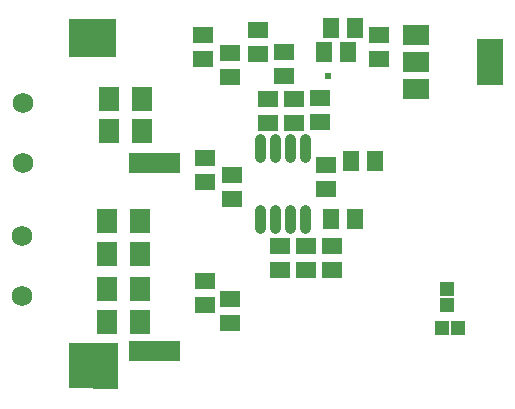
<source format=gbs>
G04 Layer: BottomSolderMaskLayer*
G04 EasyEDA v5.9.41, Mon, 04 Feb 2019 09:10:30 GMT*
G04 f7da754788ad4d128d84d1fb51d08027*
G04 Gerber Generator version 0.2*
G04 Scale: 100 percent, Rotated: No, Reflected: No *
G04 Dimensions in millimeters *
G04 leading zeros omitted , absolute positions ,3 integer and 3 decimal *
%FSLAX33Y33*%
%MOMM*%
G90*
G71D02*

%ADD50R,1.363218X1.673098*%
%ADD54R,2.203196X1.703197*%
%ADD55R,1.673098X1.363218*%
%ADD56R,1.303198X1.203198*%
%ADD60C,1.727200*%
%ADD61R,2.203196X4.003192*%
%ADD62C,0.903199*%
%ADD63R,1.803400X2.004060*%
%ADD64R,0.601980X0.601980*%
%ADD65R,1.203198X1.303198*%

%LPD*%
G54D62*
G01X16258Y21185D02*
G01X16258Y19685D01*
G01X17528Y21185D02*
G01X17528Y19685D01*
G01X18798Y21185D02*
G01X18798Y19685D01*
G01X20068Y21185D02*
G01X20068Y19685D01*
G01X16258Y15140D02*
G01X16258Y13640D01*
G01X17528Y15140D02*
G01X17528Y13640D01*
G01X18798Y15140D02*
G01X18798Y13640D01*
G01X20068Y15140D02*
G01X20068Y13640D01*
G54D50*
G01X21656Y28503D03*
G01X23688Y28503D03*
G54D55*
G01X11455Y30002D03*
G01X11455Y27970D03*
G01X13728Y28425D03*
G01X13728Y26393D03*
G54D63*
G01X3314Y14202D03*
G01X6108Y14202D03*
G01X3439Y24601D03*
G01X6233Y24601D03*
G01X3444Y21819D03*
G01X6238Y21819D03*
G01X3317Y11405D03*
G01X6111Y11405D03*
G01X3314Y8487D03*
G01X6108Y8487D03*
G01X3317Y5690D03*
G01X6111Y5690D03*
G54D55*
G01X11572Y19532D03*
G01X11572Y17500D03*
G01X13858Y18135D03*
G01X13858Y16103D03*
G01X11569Y9121D03*
G01X11569Y7089D03*
G01X13731Y7594D03*
G01X13731Y5562D03*
G01X21359Y22600D03*
G01X21359Y24632D03*
G01X16957Y24599D03*
G01X16957Y22567D03*
G01X19159Y24599D03*
G01X19159Y22567D03*
G01X17958Y12100D03*
G01X17958Y10068D03*
G01X20160Y12098D03*
G01X20160Y10066D03*
G01X22357Y10101D03*
G01X22357Y12133D03*
G01X21856Y19001D03*
G01X21856Y16969D03*
G01X16055Y28402D03*
G01X16055Y30434D03*
G01X18257Y26499D03*
G01X18257Y28531D03*
G54D64*
G01X22053Y27915D03*
G01X22053Y26493D03*
G54D54*
G01X29455Y27701D03*
G01X29455Y30001D03*
G01X29455Y25401D03*
G54D61*
G01X35755Y27701D03*
G54D55*
G01X26357Y30001D03*
G01X26357Y27969D03*
G54D50*
G01X23957Y19301D03*
G01X25989Y19301D03*
G01X22258Y14401D03*
G01X24290Y14401D03*
G01X22255Y30600D03*
G01X24287Y30600D03*
G54D56*
G01X32057Y8500D03*
G01X32057Y7100D03*
G54D65*
G01X31657Y5201D03*
G01X33057Y5201D03*
G54D60*
G01X-3844Y12942D03*
G01X-3844Y7862D03*
G01X-3841Y24240D03*
G01X-3841Y19160D03*

%LPD*%
G36*
G01X55Y102D02*
G01X55Y3902D01*
G01X4256Y3902D01*
G01X4256Y2D01*
G01X55Y102D01*
G37*

%LPD*%
G36*
G01X55Y28102D02*
G01X55Y31302D01*
G01X4055Y31302D01*
G01X4056Y28102D01*
G01X55Y28102D01*
G37*

%LPD*%
G36*
G01X9455Y2402D02*
G01X5155Y2402D01*
G01X5155Y4102D01*
G01X9455Y4102D01*
G01X9455Y2402D01*
G37*

%LPD*%
G36*
G01X9455Y18302D02*
G01X5155Y18302D01*
G01X5155Y20002D01*
G01X9455Y20002D01*
G01X9455Y18302D01*
G37*
M00*
M02*

</source>
